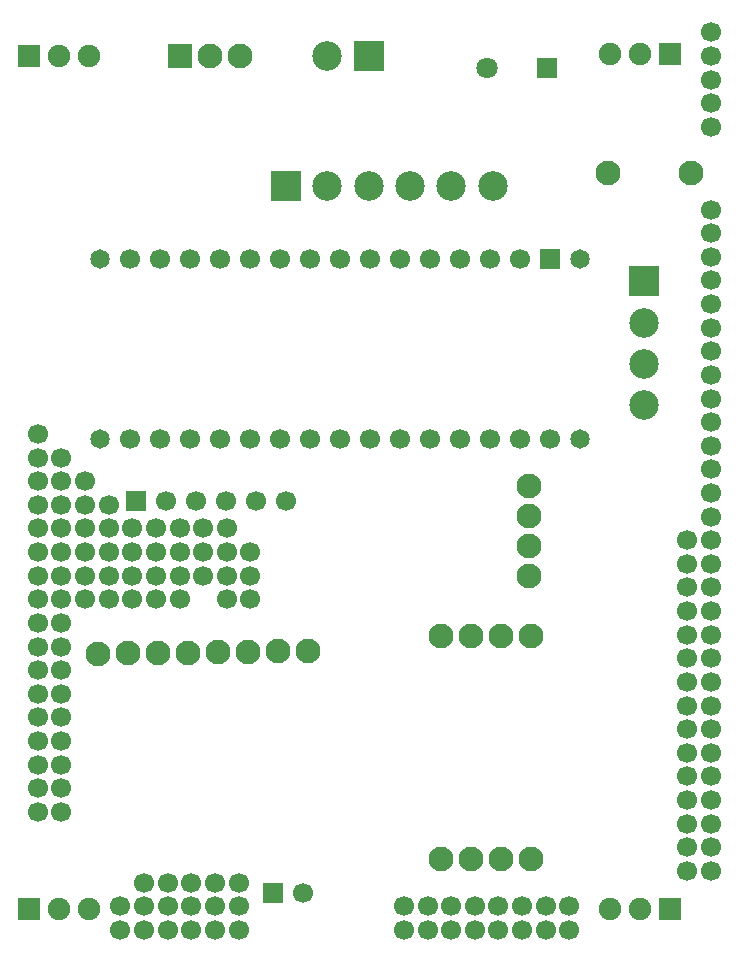
<source format=gbr>
%TF.GenerationSoftware,Novarm,DipTrace,3.3.1.3*%
%TF.CreationDate,2020-02-21T13:33:57+01:00*%
%FSLAX35Y35*%
%MOMM*%
%TF.FileFunction,Soldermask,Top*%
%TF.Part,Single*%
%ADD15R,1.9X1.9*%
%ADD16C,1.9*%
%ADD27R,1.7X1.7*%
%ADD28C,1.7*%
%ADD33C,1.651*%
%ADD43C,1.7*%
%ADD49R,1.8X1.8*%
%ADD51C,1.8*%
%ADD52C,2.1*%
%ADD53C,2.5*%
%ADD54C,2.1*%
%ADD55R,2.5X2.5*%
%ADD56R,2.1X2.1*%
G75*
G01*
%LPD*%
D56*
X2600000Y8500000D3*
D54*
X2854000D3*
X3108000D3*
D27*
X2228540Y4734933D3*
D28*
X2482540D3*
X2736540D3*
X2990540D3*
X3244540D3*
X3498540D3*
D55*
X6530213Y6592113D3*
D53*
Y6242113D3*
Y5892113D3*
Y5542113D3*
D27*
X5736547Y6782593D3*
D28*
X5482547D3*
X5228547D3*
X4974547D3*
X4720547D3*
X4466547D3*
X4212547D3*
X3958547D3*
X3704547D3*
X3450547D3*
X3196547D3*
X2942547D3*
X2688547D3*
X2434547D3*
X2180547D3*
Y5258593D3*
X2434547D3*
X2688547D3*
X2942547D3*
X3196547D3*
X3450547D3*
X3704547D3*
X3958547D3*
X4212547D3*
X4466547D3*
X4720547D3*
X4974547D3*
X5228547D3*
X5482547D3*
X5736547D3*
D33*
X5990547Y6782593D3*
Y5258593D3*
X1926547D3*
Y6782593D3*
D55*
X4200000Y8500000D3*
D53*
X3850000D3*
D52*
X5561940Y4861923D3*
X5561613Y4607923D3*
X5561290Y4353923D3*
X5560963Y4099923D3*
D51*
X5200000Y8400000D3*
D49*
X5708000D3*
D15*
X6752440Y8512787D3*
D16*
X6498440D3*
X6244440D3*
D15*
X1323760Y1274547D3*
D16*
X1577760D3*
X1831760D3*
D15*
X6752493D3*
D16*
X6498493D3*
X6244493D3*
D15*
X1323760Y8496913D3*
D16*
X1577760D3*
X1831760D3*
D27*
X3387293Y1417407D3*
D28*
X3641293D3*
D52*
X3688887Y3465067D3*
X3434887Y3461097D3*
X3180887Y3457130D3*
X2926887Y3453160D3*
X2672887Y3449193D3*
X2418887Y3445223D3*
X2164887Y3441253D3*
X1910887Y3437287D3*
D43*
X5900000Y1100000D3*
Y1300000D3*
X5700000Y1100000D3*
Y1300000D3*
X5500000Y1100000D3*
Y1300000D3*
X5300000Y1100000D3*
Y1300000D3*
X5100000Y1100000D3*
Y1300000D3*
X4900000Y1100000D3*
Y1300000D3*
X4700000Y1100000D3*
Y1300000D3*
X4500000Y1100000D3*
Y1300000D3*
X3100000Y1100000D3*
Y1300000D3*
X2900000Y1100000D3*
Y1300000D3*
X2700000Y1100000D3*
Y1300000D3*
X2500000Y1100000D3*
Y1300000D3*
X2300000Y1100000D3*
Y1300000D3*
X2100000Y1100000D3*
Y1300000D3*
X3100000Y1500000D3*
X2900000D3*
X2700000D3*
X2500000D3*
X2300000D3*
X2200000Y4500000D3*
Y4300000D3*
Y4100000D3*
Y3900000D3*
X2400000Y4500000D3*
Y4300000D3*
Y4100000D3*
Y3900000D3*
X2600000Y4500000D3*
Y4300000D3*
Y4100000D3*
Y3900000D3*
X2800000Y4500000D3*
Y4300000D3*
Y4100000D3*
X2000000Y4300000D3*
X3000000Y4500000D3*
Y4300000D3*
Y4100000D3*
Y3900000D3*
X2000000Y4100000D3*
X3200000Y4300000D3*
Y4100000D3*
Y3900000D3*
X2000000D3*
X1800000Y4300000D3*
Y4100000D3*
Y3900000D3*
X1600000Y4300000D3*
Y4100000D3*
Y3900000D3*
Y3700000D3*
Y3500000D3*
Y3300000D3*
Y3100000D3*
Y2900000D3*
Y2700000D3*
Y2500000D3*
Y2300000D3*
Y2100000D3*
X1400000Y4300000D3*
Y4100000D3*
Y3900000D3*
Y3700000D3*
Y3500000D3*
Y3300000D3*
Y3100000D3*
Y2900000D3*
Y2700000D3*
Y2500000D3*
Y2300000D3*
Y2100000D3*
X2000000Y4500000D3*
X1800000D3*
X1600000D3*
X1400000D3*
Y4700000D3*
X1600000D3*
X1800000D3*
X2000000D3*
X1800000Y4900000D3*
X1600000D3*
X1400000D3*
Y5100000D3*
X1600000D3*
X1400000Y5300000D3*
X7100000Y3200000D3*
Y3000000D3*
Y2800000D3*
Y2600000D3*
Y2400000D3*
Y2200000D3*
Y2000000D3*
Y1800000D3*
Y1600000D3*
X6900000Y3200000D3*
Y3000000D3*
Y2800000D3*
Y2600000D3*
Y2400000D3*
Y2200000D3*
Y2000000D3*
Y1800000D3*
Y1600000D3*
X7100000Y5600000D3*
Y4800000D3*
Y4600000D3*
Y4400000D3*
Y4200000D3*
Y4000000D3*
Y3800000D3*
Y3600000D3*
Y3400000D3*
Y5400000D3*
Y5200000D3*
Y5000000D3*
X6900000Y4400000D3*
Y4200000D3*
Y4000000D3*
Y3800000D3*
Y3600000D3*
Y3400000D3*
X7100000Y6400000D3*
Y6200000D3*
Y6000000D3*
Y5800000D3*
Y7200000D3*
Y7000000D3*
Y6800000D3*
Y6600000D3*
Y7900000D3*
Y8700000D3*
Y8500000D3*
Y8300000D3*
Y8100000D3*
D55*
X3500000Y7400000D3*
D53*
X3850000D3*
X4200000D3*
X4550000D3*
X4900000D3*
X5250000D3*
D52*
X5577813Y3592053D3*
X5323813D3*
X5069813D3*
X4815813D3*
X5577813Y1702903D3*
X5323813D3*
X5069813Y1702927D3*
X4815813D3*
X6927047Y7512767D3*
X6228547D3*
M02*

</source>
